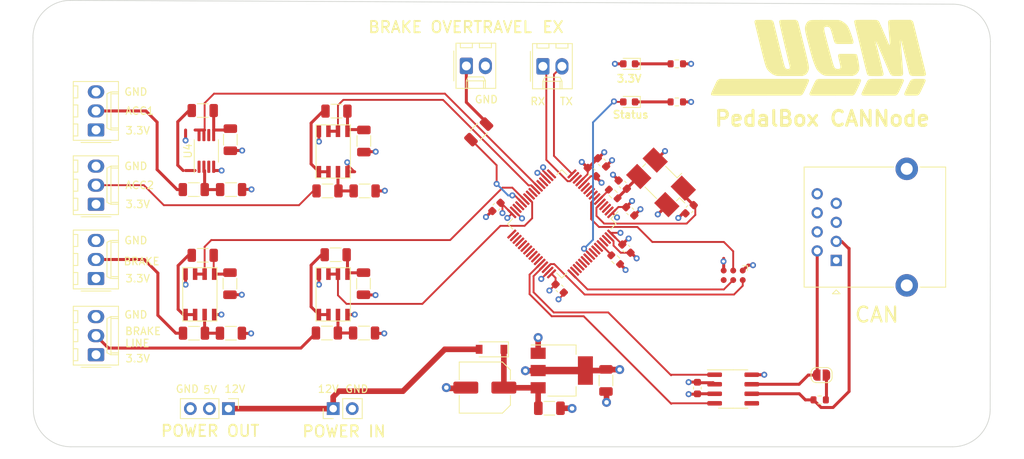
<source format=kicad_pcb>
(kicad_pcb (version 20211014) (generator pcbnew)
  (layers (0 "F.Cu" signal) (1 "In1.Cu" signal) (2 "In2.Cu" signal) (31 "B.Cu" signal) (34 "B.Paste" user) (35 "F.Paste" user) (36 "B.SilkS" user "B.Silkscreen") (37 "F.SilkS" user "F.Silkscreen") (38 "B.Mask" user) (39 "F.Mask" user) (44 "Edge.Cuts" user))
  (net 0 "")
  (net 1 "+3V3")
  (net 2 "GND")
  (net 3 "Net-(C1-Pad1)")
  (net 4 "Net-(C2-Pad1)")
  (net 5 "Brake")
  (net 6 "Brake_Line_Pressure")
  (net 7 "Accelerator_1")
  (net 8 "Accelerator_2")
  (net 9 "+12V")
  (net 10 "Net-(D1-Pad1)")
  (net 11 "Status")
  (net 12 "Net-(D2-Pad1)")
  (net 13 "+5V")
  (net 14 "Net-(C4-Pad1)")
  (net 15 "Net-(C13-Pad1)")
  (net 16 "Net-(C14-Pad1)")
  (net 17 "SWIO")
  (net 18 "NRST")
  (net 19 "SWCLK")
  (net 21 "Net-(C16-Pad1)")
  (net 25 "Brake_Overtravel")
  (net 26 "CANL")
  (net 27 "EX_RX")
  (net 28 "EX_TX")
  (net 29 "Net-(J4-Pad1)")
  (net 30 "CANH")
  (net 32 "Net-(JP1-Pad1)")
  (net 33 "Net-(J7-Pad2)")
  (net 34 "Net-(R2-Pad1)")
  (net 35 "Net-(J8-Pad2)")
  (net 36 "Net-(J9-Pad2)")
  (net 37 "Net-(J10-Pad2)")
  (net 38 "Net-(R3-Pad2)")
  (net 39 "Net-(R7-Pad1)")
  (net 44 "Net-(R10-Pad1)")
  (net 45 "Net-(R11-Pad1)")
  (net 47 "Net-(R13-Pad1)")
  (net 48 "Net-(R15-Pad2)")
  (net 49 "Net-(R16-Pad2)")
  (net 50 "Net-(R17-Pad2)")
  (net 51 "Net-(R18-Pad2)")
  (net 74 "RXCAN")
  (net 75 "TXCAN")
  (net 87 "Net-(C15-Pad1)")
  (footprint "Resistor_SMD:R_1206_3216Metric" (layer "F.Cu") (at 113.411 66.2178)
    (fp_text reference "R10" hide)
    (fp_text value "1.6k")
  )
  (footprint "MountingHole:MountingHole_3.2mm_M3" (layer "F.Cu") (at 191.8716 46.4058)
    (fp_text reference "REF**" hide)
    (fp_text value "MountingHole_3.2mm_M3")
  )
  (footprint "Capacitor_SMD:C_0603_1608Metric" (layer "F.Cu") (at 139.4206 79.2226 -45)
    (fp_text reference "C12" hide)
    (fp_text value "100n")
  )
  (footprint "Connector_Molex:Molex_KK-254_AE-6410-03A_1x03_P2.54mm_Vertical" (layer "F.Cu") (at 77.5916 77.9018 90)
    (fp_text reference "J9" hide)
    (fp_text value "Conn")
  )
  (footprint "Capacitor_SMD:C_1206_3216Metric" (layer "F.Cu") (at 138.049 95.1992)
    (fp_text reference "C6" hide)
    (fp_text value "22u")
  )
  (footprint "Capacitor_SMD:C_0603_1608Metric" (layer "F.Cu") (at 130.9878 68.3514 -135)
    (fp_text reference "C11" hide)
    (fp_text value "100n")
  )
  (footprint "Capacitor_SMD:C_0603_1608Metric" (layer "F.Cu") (at 147.828 65.3796 135)
    (fp_text reference "C2" hide)
    (fp_text value "10p")
  )
  (footprint "Connector_Molex:Molex_KK-254_AE-6410-03A_1x03_P2.54mm_Vertical" (layer "F.Cu") (at 77.5916 67.9958 90)
    (fp_text reference "J8" hide)
    (fp_text value "Conn")
  )
  (footprint "MountingHole:MountingHole_3.2mm_M3" (layer "F.Cu") (at 74.2696 45.8978)
    (fp_text reference "REF**" hide)
    (fp_text value "MountingHole_3.2mm_M3")
  )
  (footprint "Capacitor_SMD:C_1206_3216Metric" (layer "F.Cu") (at 113.2586 78.5876 -90)
    (fp_text reference "C16" hide)
    (fp_text value "100n")
  )
  (footprint "Capacitor_SMD:C_0603_1608Metric" (layer "F.Cu") (at 157.7848 92.5068 90)
    (fp_text reference "C3" hide)
    (fp_text value "100n")
  )
  (footprint "Connector_Molex:Molex_KK-254_AE-6410-03A_1x03_P2.54mm_Vertical" (layer "F.Cu") (at 77.5916 88.0618 90)
    (fp_text reference "J10" hide)
    (fp_text value "Conn")
  )
  (footprint "Package_TO_SOT_SMD:SOT-223-3_TabPin2" (layer "F.Cu") (at 139.7 90.17)
    (fp_text reference "U3" hide)
    (fp_text value "AMS1117-3.3")
  )
  (footprint "Connector_PinHeader_2.54mm:PinHeader_1x02_P2.54mm_Vertical" (layer "F.Cu") (at 109.22 95.25 90)
    (fp_text reference "J1" hide)
    (fp_text value "Conn_01x02")
  )
  (footprint "Resistor_SMD:R_1206_3216Metric" (layer "F.Cu") (at 91.821 74.803 180)
    (fp_text reference "R17" hide)
    (fp_text value "1.6k")
  )
  (footprint "Connector_Molex:Molex_KK-254_AE-6410-02A_1x02_P2.54mm_Vertical" (layer "F.Cu") (at 126.9746 49.55)
    (fp_text reference "J4" hide)
    (fp_text value "Conn")
  )
  (footprint "Capacitor_SMD:C_1206_3216Metric" (layer "F.Cu") (at 113.3094 59.563 -90)
    (fp_text reference "C14" hide)
    (fp_text value "100n")
  )
  (footprint "Capacitor_SMD:C_0603_1608Metric" (layer "F.Cu") (at 148.3106 73.914 -45)
    (fp_text reference "C7" hide)
    (fp_text value "100n")
  )
  (footprint "Custom footprints:OPA2237UA" (layer "F.Cu") (at 109.22 80.01)
    (fp_text reference "U7" hide)
    (fp_text value "OPA2237UA")
  )
  (footprint "Custom footprints:OPA2237UA" (layer "F.Cu") (at 91.44 80.01)
    (fp_text reference "U6" hide)
    (fp_text value "OPA2237UA")
  )
  (footprint "Resistor_SMD:R_1206_3216Metric" (layer "F.Cu") (at 90.6526 85.1916 180)
    (fp_text reference "R11" hide)
    (fp_text value "1k")
  )
  (footprint "Resistor_SMD:R_0603_1608Metric" (layer "F.Cu") (at 174.0916 94.0816 180)
    (fp_text reference "R5" hide)
    (fp_text value "120R")
  )
  (footprint "Resistor_SMD:R_1206_3216Metric" (layer "F.Cu") (at 113.3348 85.1662)
    (fp_text reference "R14" hide)
    (fp_text value "1.6k")
  )
  (footprint "Resistor_SMD:R_0603_1608Metric" (layer "F.Cu") (at 146.8882 75.3872 135)
    (fp_text reference "R3" hide)
    (fp_text value "10k")
  )
  (footprint "Capacitor_SMD:C_0603_1608Metric" (layer "F.Cu") (at 145.0594 62.4078 -45)
    (fp_text reference "C5" hide)
    (fp_text value "100n")
  )
  (footprint "Connector:Tag-Connect_TC2030-IDC-NL_2x03_P1.27mm_Vertical" (layer "F.Cu") (at 162.56 77.47 180)
    (fp_text reference "J5" hide)
    (fp_text value "UCM_SWD")
  )
  (footprint "Capacitor_SMD:C_1206_3216Metric" (layer "F.Cu") (at 145.5928 91.4908 -90)
    (fp_text reference "C9" hide)
    (fp_text value "1u")
  )
  (footprint "Connector_Molex:Molex_KK-254_AE-6410-03A_1x03_P2.54mm_Vertical" (layer "F.Cu") (at 77.5916 58.0898 90)
    (fp_text reference "J7" hide)
    (fp_text value "Conn")
  )
  (footprint "Resistor_SMD:R_0603_1608Metric" (layer "F.Cu") (at 155.0396 54.3488 180)
    (fp_text reference "R1" hide)
    (fp_text value "1k")
  )
  (footprint "Resistor_SMD:R_1206_3216Metric" (layer "F.Cu") (at 108.3818 85.1662 180)
    (fp_text reference "R13" hide)
    (fp_text value "1k")
  )
  (footprint "Resistor_SMD:R_1206_3216Metric" (layer "F.Cu") (at 108.458 66.2178 180)
    (fp_text reference "R9" hide)
    (fp_text value "1k")
  )
  (footprint "Crystal:Crystal_SMD_0603-4Pin_6.0x3.5mm_HandSoldering" (layer "F.Cu") (at 152.9334 65.0748 135)
    (fp_text reference "Y1" hide)
    (fp_text value "16MHz")
  )
  (footprint "Resistor_SMD:R_1206_3216Metric" (layer "F.Cu") (at 109.5502 74.7268 180)
    (fp_text reference "R18" hide)
    (fp_text value "1.6k")
  )
  (footprint "LED_SMD:LED_0603_1608Metric" (layer "F.Cu") (at 148.6896 49.2688 180)
    (fp_text reference "D2" hide)
    (fp_text value "RED")
  )
  (footprint "Package_SO:SOIC-8_3.9x4.9mm_P1.27mm" (layer "F.Cu") (at 162.56 92.6338)
    (fp_text reference "U1" hide)
    (fp_text value "SN65HVD230")
  )
  (footprint "Diode_SMD:D_SOD-123" (layer "F.Cu") (at 130.3286 87.3384 180)
    (fp_text reference "D3" hide)
    (fp_text value "B5819W")
  )
  (footprint "Capacitor_SMD:C_0603_1608Metric" (layer "F.Cu") (at 148.8186 68.9356 -45)
    (fp_text reference "C8" hide)
    (fp_text value "100n")
  )
  (footprint "Resistor_SMD:R_1206_3216Metric" (layer "F.Cu") (at 95.6056 66.04)
    (fp_text reference "R8" hide)
    (fp_text value "1.6k")
  )
  (footprint "Resistor_SMD:R_1206_3216Metric" (layer "F.Cu") (at 128.6256 58.3438 45)
    (fp_text reference "R6" hide)
    (fp_text value "1.6k")
  )
  (footprint "Capacitor_SMD:C_0603_1608Metric" (layer "F.Cu") (at 143.7132 63.7032 -45)
    (fp_text reference "C10" hide)
    (fp_text value "100n")
  )
  (footprint "Resistor_SMD:R_1206_3216Metric" (layer "F.Cu") (at 109.6518 55.5752 180)
    (fp_text reference "R16" hide)
    (fp_text value "1.6k")
  )
  (footprint "Connector_PinHeader_2.54mm:PinHeader_1x03_P2.54mm_Vertical" (layer "F.Cu") (at 95.25 95.25 -90)
    (fp_text reference "J6" hide)
    (fp_text value "Conn_01x03")
  )
  (footprint "Capacitor_SMD:C_Elec_6.3x7.7" (layer "F.Cu") (at 129.4396 92.4438 180)
    (fp_text reference "C4" hide)
    (fp_text value "100u")
  )
  (footprint "Resistor_SMD:R_1206_3216Metric" (layer "F.Cu") (at 90.6272 66.04 180)
    (fp_text reference "R7" hide)
    (fp_text value "1k")
  )
  (footprint "LED_SMD:LED_0603_1608Metric" (layer "F.Cu") (at 148.6896 54.3488 180)
    (fp_text reference "D1" hide)
    (fp_text value "GREEN")
  )
  (footprint "MountingHole:MountingHole_3.2mm_M3" (layer "F.Cu") (at 74.2696 95.4278)
    (fp_text reference "REF**" hide)
    (fp_text value "MountingHole_3.2mm_M3")
  )
  (footprint "MountingHole:MountingHole_3.2mm_M3" (layer "F.Cu") (at 191.8716 95.4278)
    (fp_text reference "REF**" hide)
    (fp_text value "MountingHole_3.2mm_M3")
  )
  (footprint "Resistor_SMD:R_1206_3216Metric" (layer "F.Cu") (at 91.821 55.499 180)
    (fp_text reference "R15" hide)
    (fp_text value "1.6k")
  )
  (footprint "Resistor_SMD:R_0603_1608Metric" (layer "F.Cu") (at 146.558 66.6242 -45)
    (fp_text reference "R2" hide)
    (fp_text value "22R")
  )
  (footprint "Custom footprints:OPA2237UA" (layer "F.Cu") (at 109.22 60.96)
    (fp_text reference "U5" hide)
    (fp_text value "OPA2237UA")
  )
  (footprint "Resistor_SMD:R_0603_1608Metric" (layer "F.Cu") (at 155.0396 49.2688 180)
    (fp_text reference "R4" hide)
    (fp_text value "1k")
  )
  (footprint "Resistor_SMD:R_1206_3216Metric" (layer "F.Cu") (at 95.5802 85.1916)
    (fp_text reference "R12" hide)
    (fp_text value "1.6k")
  )
  (footprint "Package_SO:MSOP-8_3x3mm_P0.65mm" (layer "F.Cu") (at 92.3036 60.8838 90)
    (fp_text reference "U4")
    (fp_text value "OPA2237UA")
  )
  (footprint "Capacitor_SMD:C_1206_3216Metric" (layer "F.Cu") (at 95.4532 78.5876 -90)
    (fp_text reference "C15" hide)
    (fp_text value "100n")
  )
  (footprint "Connector_Molex:Molex_KK-254_AE-6410-02A_1x02_P2.54mm_Vertical" (layer "F.Cu") (at 137.1854 49.6062)
    (fp_text reference "J3" hide)
    (fp_text value "Conn")
  )
  (footprint "Jumper:SolderJumper-2_P1.3mm_Open_RoundedPad1.0x1.5mm" (layer "F.Cu") (at 174.3456 90.7796 180)
    (fp_text reference "JP1" hide)
    (fp_text value "SolderJumper")
  )
  (footprint "Capacitor_SMD:C_0603_1608Metric" (layer "F.Cu") (at 156.7434 68.6562 -135)
    (fp_text reference "C1" hide)
    (fp_text value "10p")
  )
  (footprint "Connector_RJ:RJ45_Ninigi_GE" (layer "F.Cu") (at 176.3026 75.4888 90)
    (fp_text reference "J2" hide)
    (fp_text value "UCM_CAN")
  )
  (footprint "UCM_Logos:UCM_10mm" (layer "F.Cu") (at 173.8896 49.1988)
    (fp_text reference "G***" hide)
    (fp_text value "LOGO" hide)
  )
  (footprint "Capacitor_SMD:C_1206_3216Metric" (layer "F.Cu") (at 95.504 59.3852 -90)
    (fp_text reference "C13" hide)
    (fp_text value "100n")
  )
  (footprint "Package_QFP:LQFP-64_10x10mm_P0.5mm" (layer "F.Cu") (at 139.7 70.612 -135)
    (fp_text reference "U2" hide)
    (fp_text value "STM32F072RBTx")
  )
  (gr_line (start 69.177934 45.808734) (end 69.2336 95.3358) (layer "Edge.Cuts") (width 0.1))
  (gr_arc (start 69.177934 45.808734) (mid 70.636035 42.279554) (end 74.159934 40.808734) (layer "Edge.Cuts") (width 0.1))
  (gr_line (start 196.831266 95.337866) (end 196.856666 46.317934) (layer "Edge.Cuts") (width 0.1))
  (gr_arc (start 191.8716 41.317934) (mid 195.401857 42.783309) (end 196.856666 46.317934) (layer "Edge.Cuts") (width 0.1))
  (gr_line (start 191.8716 41.317934) (end 74.159934 40.808734) (layer "Edge.Cuts") (width 0.1))
  (gr_arc (start 74.2336 100.3358) (mid 70.698066 98.871334) (end 69.2336 95.3358) (layer "Edge.Cuts") (width 0.1))
  (gr_line (start 74.2336 100.3358) (end 191.831266 100.337866) (layer "Edge.Cuts") (width 0.1))
  (gr_arc (start 196.831266 95.337866) (mid 195.3668 98.8734) (end 191.831266 100.337866) (layer "Edge.Cuts") (width 0.1))
  (gr_text "CAN" (at 181.7116 82.7278) (layer "F.SilkS") (effects (font (size 2 2) (thickness 0.3))))
  (gr_text "POWER OUT\n" (at 92.8116 98.2218) (layer "F.SilkS") (effects (font (size 1.5 1.5) (thickness 0.25))))
  (gr_text "GND\n" (at 82.9056 53.0098) (layer "F.SilkS") (effects (font (size 1 1))))
  (gr_text "GND\n" (at 89.7636 92.6338) (layer "F.SilkS") (effects (font (size 1 1))))
  (gr_text "GND\n" (at 82.9056 62.9158) (layer "F.SilkS") (effects (font (size 1 1))))
  (gr_text "3.3V" (at 83.1596 88.5698) (layer "F.SilkS") (effects (font (size 1 1))))
  (gr_text "12V" (at 108.5596 92.6338) (layer "F.SilkS") (effects (font (size 1 1))))
  (gr_text "GND\n" (at 82.9056 82.7278) (layer "F.SilkS") (effects (font (size 1 1))))
  (gr_text "GND\n" (at 129.6416 54.0258) (layer "F.SilkS") (effects (font (size 1 1))))
  (gr_text "TX\n" (at 140.3096 54.2798) (layer "F.SilkS") (effects (font (size 1 1))))
  (gr_text "12V" (at 96.1136 92.6338) (layer "F.SilkS") (effects (font (size 1 1))))
  (gr_text "GND\n" (at 112.3696 92.6338) (layer "F.SilkS") (effects (font (size 1 1))))
  (gr_text "POWER IN\n\n" (at 110.6646 99.4918) (layer "F.SilkS") (effects (font (size 1.5 1.5) (thickness 0.25))))
  (gr_text "BRAKE OVERTRAVEL\n" (at 124.8156 44.3738) (layer "F.SilkS") (effects (font (size 1.5 1.5) (thickness 0.25))))
  (gr_text "BRAKE\n" (at 83.6676 75.6158) (layer "F.SilkS") (effects (font (size 1 1))))
  (gr_text "3.3V" (at 83.1596 67.9958) (layer "F.SilkS") (effects (font (size 1 1))))
  (gr_text "BRAKE\nLINE\n\n" (at 81.3816 86.5378) (layer "F.SilkS") (effects (font (size 1 1)) (justify left)))
  (gr_text "RX" (at 136.4996 54.2798) (layer "F.SilkS") (effects (font (size 1 1))))
  (gr_text "ACC2" (at 83.4136 65.4558) (layer "F.SilkS") (effects (font (size 1 1))))
  (gr_text "PedalBox CANNode\n" (at 174.4396 56.5738) (layer "F.SilkS") (effects (font (size 2 2) (thickness 0.4))))
  (gr_text "GND\n" (at 82.9056 72.8218) (layer "F.SilkS") (effects (font (size 1 1))))
  (gr_text "Status" (at 148.8896 56.0488) (layer "F.SilkS") (effects (font (size 1 1) (thickness 0.2))))
  (gr_text "3.3V" (at 83.1596 77.9018) (layer "F.SilkS") (effects (font (size 1 1))))
  (gr_text "3.3V\n" (at 148.6896 51.2488) (layer "F.SilkS") (effects (font (size 1 1) (thickness 0.2))))
  (gr_text "3.3V" (at 83.1596 58.1738) (layer "F.SilkS") (effects (font (size 1 1))))
  (gr_text "ACC1" (at 83.4136 55.5498) (layer "F.SilkS") (effects (font (size 1 1))))
  (gr_text "5V\n" (at 92.8116 92.7238) (layer "F.SilkS") (effects (font (size 1 1))))
  (gr_text "EX" (at 138.5316 44.3738) (layer "F.SilkS") (effects (font (size 1.5 1.5) (thickness 0.25))))
  (segment (start 107.315 59.6392) (end 107.315 58.26) (width 0.4) (layer "F.Cu") (net 1))
  (segment (start 89.535 78.7146) (end 89.535 77.31) (width 0.4) (layer "F.Cu") (net 1))
  (segment (start 145.62 90.043) (end 145.5928 90.0158) (width 0.25) (layer "F.Cu") (net 1))
  (segment (start 144.566008 61.859792) (end 145.3642 61.0616) (width 0.4) (layer "F.Cu") (net 1))
  (segment (start 143.215992 63.155192) (end 144.511392 61.859792) (width 0.4) (layer "F.Cu") (net 1))
  (segment (start 143.165192 63.155192) (end 142.367 62.357) (width 0.4) (layer "F.Cu") (net 1))
  (segment (start 157.9242 93.2688) (end 157.9118 93.2564) (width 0.25) (layer "F.Cu") (net 1))
  (segment (start 148.560784 72.5678) (end 147.762592 73.365992) (width 0.4) (layer "F.Cu") (net 1))
  (segment (start 131.739008 68.057392) (end 131.842092 68.057392) (width 0.25) (layer "F.Cu") (net 1))
  (segment (start 146.364481 71.846919) (end 146.364481 71.973181) (width 0.25) (layer "F.Cu") (net 1))
  (segment (start 149.0726 67.564) (end 149.0726 67.585584) (width 0.25) (layer "F.Cu") (net 1))
  (segment (start 148.245192 68.362192) (end 147.253108 68.362192) (width 0.25) (layer "F.Cu") (net 1))
  (segment (start 138.872592 77.810254) (end 138.338819 77.276481) (width 0.25) (layer "F.Cu") (net 1))
  (segment (start 136.781888 63.8048) (end 137.631713 64.654625) (width 0.25) (layer "F.Cu") (net 1))
  (segment (start 143.165192 63.155192) (end 143.215992 63.155192) (width 0.25) (layer "F.Cu") (net 1))
  (segment (start 138.049 79.498184) (end 138.872592 78.674592) (width 0.25) (layer "F.Cu") (net 1))
  (segment (start 147.4216 90.043) (end 145.62 90.043) (width 0.75) (layer "F.Cu") (net 1))
  (segment (start 143.165192 63.971808) (end 143.165192 63.155192) (width 0.25) (layer "F.Cu") (net 1))
  (segment (start 131.7896 68.057184) (end 131.535808 67.803392) (width 0.25) (layer "F.Cu") (net 1))
  (segment (start 138.872592 78.674592) (end 138.872592 77.810254) (width 0.25) (layer "F.Cu") (net 1))
  (segment (start 132.462538 69.8238) (end 133.035519 69.250819) (width 0.25) (layer "F.Cu") (net 1))
  (segment (start 138.049 79.502) (end 138.049 79.498184) (width 0.25) (layer "F.Cu") (net 1))
  (segment (start 156.6164 93.3196) (end 157.747 93.3196) (width 0.4) (layer "F.Cu") (net 1))
  (segment (start 142.128821 65.008179) (end 143.165192 63.971808) (width 0.25) (layer "F.Cu") (net 1))
  (segment (start 131.735192 68.035808) (end 131.820508 68.035808) (width 0.25) (layer "F.Cu") (net 1))
  (segment (start 131.7896 69.1738) (end 131.7896 68.057184) (width 0.25) (layer "F.Cu") (net 1))
  (segment (start 107.315 78.7146) (end 107.315 77.31) (width 0.4) (layer "F.Cu") (net 1))
  (segment (start 160.085 93.2688) (end 157.9242 93.2688) (width 0.4) (layer "F.Cu") (net 1))
  (segment (start 132.4396 69.8238) (end 132.462538 69.8238) (width 0.25) (layer "F.Cu") (net 1))
  (segment (start 147.253108 68.362192) (end 146.364481 69.250819) (width 0.25) (layer "F.Cu") (net 1))
  (segment (start 164.5412 76.1238) (end 163.83 76.835) (width 0.4) (layer "F.Cu") (net 1))
  (segment (start 149.0726 67.585584) (end 148.270592 68.387592) (width 0.4) (layer "F.Cu") (net 1))
  (segment (start 134.8486 90.1954) (end 136.5246 90.1954) (width 0.75) (layer "F.Cu") (net 1))
  (segment (start 136.4488 63.8048) (end 136.781888 63.8048) (width 0.25) (layer "F.Cu") (net 1))
  (segment (start 145.4386 90.17) (end 145.5928 90.0158) (width 0.25) (layer "F.Cu") (net 1))
  (segment (start 89.535 59.4868) (end 89.535 58.1) (width 0.4) (layer "F.Cu") (net 1))
  (segment (start 148.6154 72.5678) (end 148.560784 72.5678) (width 0.25) (layer "F.Cu") (net 1))
  (segment (start 165.2016 76.1238) (end 164.5412 76.1238) (width 0.4) (layer "F.Cu") (net 1))
  (segment (start 146.364481 71.973181) (end 147.559392 73.168092) (width 0.25) (layer "F.Cu") (net 1))
  (segment (start 146.568419 69.250819) (end 147.066 69.7484) (width 0.25) (layer "F.Cu") (net 1))
  (segment (start 144.511392 61.859792) (end 144.566008 61.859792) (width 0.25) (layer "F.Cu") (net 1))
  (segment (start 146.4056 71.8058) (end 146.364481 71.846919) (width 0.25) (layer "F.Cu") (net 1))
  (segment (start 147.559392 73.168092) (end 147.559392 73.264392) (width 0.25) (layer "F.Cu") (net 1))
  (segment (start 147.9021 49.2688) (end 146.7846 49.2688) (width 0.4) (layer "F.Cu") (net 1))
  (segment (start 146.364481 69.250819) (end 146.568419 69.250819) (width 0.25) (layer "F.Cu") (net 1))
  (segment (start 136.5246 90.1954) (end 136.55 90.17) (width 0.25) (layer "F.Cu") (net 1))
  (segment (start 147.5232 71.8058) (end 146.4056 71.8058) (width 0.25) (layer "F.Cu") (net 1))
  (segment (start 131.842092 68.057392) (end 133.035519 69.250819) (width 0.25) (layer "F.Cu") (net 1))
  (segment (start 136.55 90.17) (end 142.85 90.17) (width 1) (layer "F.Cu") (net 1))
  (segment (start 142.85 90.17) (end 145.4386 90.17) (width 0.75) (layer "F.Cu") (net 1))
  (via (at 147.4216 90.043) (size 1.2) (drill 0.6) (layers "F.Cu" "B.Cu") (net 1))
  (via (at 147.066 69.7484) (size 0.8) (drill 0.4) (layers "F.Cu" "B.Cu") (net 1))
  (via (at 131.7896 69.1738) (size 0.8) (drill 0.4) (layers "F.Cu" "B.Cu") (net 1))
  (via (at 89.535 78.7146) (size 0.8) (drill 0.4) (layers "F.Cu" "B.Cu") (net 1))
  (via (at 107.315 59.6392) (size 0.8) (drill 0.4) (layers "F.Cu" "B.Cu") (net 1))
  (via (at 132.4396 69.8238) (size 0.8) (drill 0.4) (layers "F.Cu" "B.Cu") (net 1))
  (via (at 134.8486 90.1954) (size 1.2) (drill 0.6) (layers "F.Cu" "B.Cu") (net 1))
  (via (at 138.049 79.502) (size 0.8) (drill 0.4) (layers "F.Cu" "B.Cu") (net 1))
  (via (at 147.5232 71.8058) (size 0.8) (drill 0.4) (layers "F.Cu" "B.Cu") (net 1))
  (via (at 148.6154 72.5678) (size 0.8) (drill 0.4) (layers "F.Cu" "B.Cu") (net 1))
  (via (at 107.315 78.7146) (size 0.8) (drill 0.4) (layers "F.Cu" "B.Cu") (net 1))
  (via (at 156.6164 93.3196) (size 0.8) (drill 0.4) (layers "F.Cu" "B.Cu") (net 1))
  (via (at 89.535 59.4868) (size 0.8) (drill 0.4) (layers "F.Cu" "B.Cu") (net 1))
  (via (at 165.2016 76.1238) (size 0.8) (drill 0.4) (layers "F.Cu" "B.Cu") (net 1))
  (via (at 145.3642 61.0616) (size 0.8) (drill 0.4) (layers "F.Cu" "B.Cu") (net 1))
  (via (at 136.4488 63.8048) (size 0.8) (drill 0.4) (layers "F.Cu" "B.Cu") (net 1))
  (via (at 149.0726 67.564) (size 0.8) (drill 0.4) (layers "F.Cu" "B.Cu") (net 1))
  (via (at 142.367 62.357) (size 0.8) (drill 0.4) (layers "F.Cu" "B.Cu") (net 1))
  (via (at 146.7846 49.2688) (size 0.8) (drill 0.4) (layers "F.Cu" "B.Cu") (net 1))
  (segment (start 97.0748 60.829) (end 95.123 60.829) (width 0.4) (layer "F.Cu") (net 2))
  (segment (start 146.604902 73.506975) (end 146.604902 72.920708) (width 0.25) (layer "F.Cu") (net 2))
  (segment (start 144.261208 64.251208) (end 143.585918 64.251208) (width 0.25) (layer "F.Cu") (net 2))
  (segment (start 148.934808 74.462008) (end 149.6822 75.2094) (width 0.4) (layer "F.Cu") (net 2))
  (segment (start 114.8735 66.2178) (end 116.078 66.2178) (width 0.4) (layer "F.Cu") (net 2))
  (segment (start 157.8356 91.7956) (end 157.8356 91.7826) (width 0.25) (layer "F.Cu") (net 2))
  (segment (start 95.455 80.0608) (end 95.4532 80.0626) (width 0.25) (layer "F.Cu") (net 2))
  (segment (start 155.8646 54.3488) (end 156.9446 54.3488) (width 0.4) (layer "F.Cu") (net 2))
  (segment (start 130.134992 69.153408) (end 130.642992 69.153408) (width 0.25) (layer "F.Cu") (net 2))
  (segment (start 148.209 76.708) (end 147.471563 75.970563) (width 0.4) (layer "F.Cu") (net 2))
  (segment (start 97.0788 60.833) (end 97.0748 60.829) (width 0.25) (layer "F.Cu") (net 2))
  (segment (start 156.6294 91.7064) (end 157.9118 91.7064) (width 0.4) (layer "F.Cu") (net 2))
  (segment (start 155.2396 69.8238) (end 155.859192 69.204208) (width 0.4) (layer "F.Cu") (net 2))
  (segment (start 124.3088 92.5454) (end 127.2323 92.5454) (width 0.75) (layer "F.Cu") (net 2))
  (segment (start 116.078 66.2178) (end 116.1034 66.1924) (width 0.25) (layer "F.Cu") (net 2))
  (segment (start 144.261208 64.251208) (end 144.261208 64.378208) (width 0.25) (layer "F.Cu") (net 2))
  (segment (start 152.515465 69.342) (end 153.279417 68.578048) (width 0.4) (layer "F.Cu") (net 2))
  (segment (start 144.199616 64.2366) (end 144.032608 64.403608) (width 0.25) (layer "F.Cu") (net 2))
  (segment (start 114.8481 85.217) (end 114.7973 85.1662) (width 0.25) (layer "F.Cu") (net 2))
  (segment (start 98.3234 66.0146) (end 97.0935 66.0146) (width 0.4) (layer "F.Cu") (net 2))
  (segment (start 111.0996 62.4078) (end 111.0996 62.677) (width 0.25) (layer "F.Cu") (net 2))
  (segment (start 160.085 91.9988) (end 159.8818 91.7956) (width 0.4) (layer "F.Cu") (net 2))
  (segment (start 155.8646 49.2688) (end 156.9446 49.2688) (width 0.4) (layer "F.Cu") (net 2))
  (segment (start 112.0826 82.71) (end 111.125 82.71) (width 0.4) (layer "F.Cu") (net 2))
  (segment (start 93.345 63.5) (end 94.3356 63.5) (width 0.4) (layer "F.Cu") (net 2))
  (segment (start 136.9646 77.9488) (end 136.9646 77.943594) (width 0.25) (layer "F.Cu") (net 2))
  (segment (start 144.261208 64.378208) (end 145.0086 65.1256) (width 0.4) (layer "F.Cu") (net 2))
  (segment (start 133.413266 68.897266) (end 133.389072 68.897266) (width 0.25) (layer "F.Cu") (net 2))
  (segment (start 112.0826 63.66) (end 111.125 63.66) (width 0.4) (layer "F.Cu") (net 2))
  (segment (start 97.028 80.0608) (end 95.455 80.0608) (width 0.4) (layer "F.Cu") (net 2))
  (segment (start 161.2646 75.6158) (end 161.29 75.5904) (width 0.25) (layer "F.Cu") (net 2))
  (segment (start 145.607408 62.955808) (end 145.607408 62.926592) (width 0.25) (layer "F.Cu") (net 2))
  (segment (start 112.0902 82.7024) (end 112.0826 82.71) (width 0.25) (layer "F.Cu") (net 2))
  (segment (start 161.29 75.2094) (end 161.29 76.835) (width 0.4) (layer "F.Cu") (net 2))
  (segment (start 139.2682 80.6704) (end 139.994008 79.944592) (width 0.25) (layer "F.Cu") (net 2))
  (segment (start 143.585918 64.251208) (end 142.475394 65.361732) (width 0.25) (layer "F.Cu") (net 2))
  (segment (start 145.669 94.4118) (end 145.669 93.042) (width 0.75) (layer "F.Cu") (net 2))
  (segment (start 139.524 95.1992) (end 140.7668 95.1992) (width 0.75) (layer "F.Cu") (net 2))
  (segment (start 145.607408 62.926592) (end 146.4056 62.1284) (width 0.4) (layer "F.Cu") (net 2))
  (segment (start 129.5908 69.6976) (end 130.134992 69.153408) (width 0.4) (layer "F.Cu") (net 2))
  (segment (start 161.29 75.5904) (end 161.29 75.2094) (width 0.25) (layer "F.Cu") (net 2))
  (segment (start 114.8352 80.088) (end 112.903 80.088) (width 0.4) (layer "F.Cu") (net 2))
  (segment (start 147.559935 74.462008) (end 146.604902 73.506975) (width 0.25) (layer "F.Cu") (net 2))
  (segment (start 153.452935 60.9092) (end 151.723783 62.638352) (width 0.4) (layer "F.Cu") (net 2))
  (segment (start 147.229192 64.755392) (end 146.5326 64.0588) (width 0.4) (layer "F.Cu") (net 2))
  (segment (start 136.55 85.7762) (end 136.55 87.87) (width 0.75) (layer "F.Cu") (net 2))
  (segment (start 144.155792 64.403608) (end 144.032608 64.403608) (width 0.25) (layer "F.Cu") (net 2))
  (segment (start 134.3914 69.8754) (end 133.413266 68.897266) (width 0.25) (layer "F.Cu") (net 2))
  (segment (start 148.858608 74.462008) (end 148.934808 74.462008) (width 0.25) (layer "F.Cu") (net 2))
  (segment (start 97.0935 66.0146) (end 97.0681 66.04) (width 0.25) (layer "F.Cu") (net 2))
  (segment (start 137.2108 63.0682) (end 137.2108 63.526606) (width 0.25) (layer "F.Cu") (net 2))
  (segment (start 147.229192 64.882392) (end 147.229192 64.755392) (width 0.25) (layer "F.Cu") (net 2))
  (segment (start 111.0996 62.677) (end 112.0826 63.66) (width 0.25) (layer "F.Cu") (net 2))
  (segment (start 136.9646 77.943594) (end 137.985266 76.922928) (width 0.25) (layer "F.Cu") (net 2))
  (segment (start 116.0272 85.217) (end 114.8481 85.217) (width 0.4) (layer "F.Cu") (net 2))
  (segment (start 165.035 90.7288) (end 166.7002 90.7288) (width 0.4) (layer "F.Cu") (net 2))
  (segment (start 159.8818 91.7956) (end 157.8356 91.7956) (width 0.4) (layer "F.Cu") (net 2))
  (segment (start 152.5016 69.342) (end 152.515465 69.342) (width 0.25) (layer "F.Cu") (net 2))
  (segment (start 157.8356 91.7826) (end 157.7848 91.7318) (width 0.25) (layer "F.Cu") (net 2))
  (segment (start 156.6164 91.7194) (end 156.6294 91.7064) (width 0.25) (layer "F.Cu") (net 2))
  (segment (start 114.8842 60.9854) (end 114.8806 60.989) (width 0.25) (layer "F.Cu") (net 2))
  (segment (start 94.3102 82.7024) (end 94.3026 82.71) (width 0.25) (layer "F.Cu") (net 2))
  (segment (start 148.209 76.7588) (end 148.209 76.708) (width 0.25) (layer "F.Cu") (net 2))
  (segment (start 150.1902 68.660016) (end 149.366608 69.483608) (width 0.4) (layer "F.Cu") (net 2))
  (segment (start 155.859192 69.204208) (end 156.195392 69.204208) (width 0.25) (layer "F.Cu") (net 2))
  (segment (start 137.2108 63.526606) (end 137.985266 64.301072) (width 0.25) (layer "F.Cu") (net 2))
  (segment (start 114.8588 80.1116) (end 114.8352 80.088) (width 0.25) (layer "F.Cu") (net 2))
  (segment (start 94.3026 82.71) (end 93.345 82.71) (width 0.4) (layer "F.Cu") (net 2))
  (segment (start 98.2726 85.217) (end 97.0681 85.217) (width 0.4) (layer "F.Cu") (net 2))
  (segment (start 114.8806 60.989) (end 112.903 60.989) (width 0.4) (layer "F.Cu") (net 2))
  (segment (start 136.5504 85.7758) (end 136.55 85.7762) (width 0.75) (layer "F.Cu") (net 2))
  (segment (start 145.669 93.042) (end 145.5928 92.9658) (width 0.25) (layer "F.Cu") (net 2))
  (segment (start 97.0681 85.217) (end 97.0427 85.1916) (width 0.25) (layer "F.Cu") (net 2))
  (segment (start 148.858608 74.462008) (end 147.559935 74.462008) (width 0.25) (layer "F.Cu") (net 2))
  (segment (start 146.604902 72.920708) (end 146.010928 72.326734) (width 0.25) (layer "F.Cu") (net 2))
  (segment (start 153.4668 60.9092) (end 153.452935 60.9092) (width 0.25) (layer "F.Cu") (net 2))
  (segment (start 150.1902 68.6562) (end 150.1902 68.660016) (width 0.25) (layer "F.Cu") (net 2))
  (via (at 161.2646 75.6158) (size 0.8) (drill 0.4) (layers "F.Cu" "B.Cu") (net 2))
  (via (at 156.9446 49.2688) (size 0.8) (drill 0.4) (layers "F.Cu" "B.Cu") (net 2))
  (via (at 166.7002 90.7288) (size 0.8) (drill 0.4) (layers "F.Cu" "B.Cu") (net 2))
  (via (at 146.4056 62.1284) (size 0.8) (drill 0.4) (layers "F.Cu" "B.Cu") (net 2))
  (via (at 141.0716 95.2246) (size 1.2) (drill 0.6) (layers "F.Cu" "B.Cu") (net 2))
  (via (at 145.0086 65.1256) (size 0.8) (drill 0.4) (layers "F.Cu" "B.Cu") (net 2))
  (via (at 148.209 76.7588) (size 0.8) (drill 0.4) (layers "F.Cu" "B.Cu") (net 2))
  (via (at 145.669 94.4118) (size 1.2) (drill 0.6) (layers "F.Cu" "B.Cu") (net 2))
  (via (at 136.5504 85.7758) (size 1.2) (drill 0.6) (layers "F.Cu" "B.Cu") (net 2))
  (via (at 156.9446 54.3488) (size 0.8) (drill 0.4) (layers "F.Cu" "B.Cu") (net 2))
  (via (at 112.0902 82.7024) (size 0.8) (drill 0.4) (layers "F.Cu" "B.Cu") (net 2))
  (via (at 111.0996 62.4078) (size 0.8) (drill 0.4) (layers "F.Cu" "B.Cu") (net 2))
  (via (at 98.3234 66.0146) (size 0.8) (drill 0.4) (layers "F.Cu" "B.Cu") (net 2))
  (via (at 129.5908 69.6976) (size 0.8) (drill 0.4) (layers "F.Cu" "B.Cu") (net 2))
  (via (at 150.1902 68.6562) (size 0.8) (drill 0.4) (layers "F.Cu" "B.Cu") (net 2))
  (via (at 114.8842 60.9854) (size 0.8) (drill 0.4) (layers "F.Cu" "B.Cu") (net 2))
  (via (at 152.5016 69.342) (size 0.8) (drill 0.4) (layers "F.Cu" "B.Cu") (net 2))
  (via (at 97.028 80.0608) (size 0.8) (drill 0.4) (layers "F.Cu" "B.Cu") (net 2))
  (via (at 146.5326 64.0588) (size 0.8) (drill 0.4) (layers "F.Cu" "B.Cu") (net 2))
  (via (at 149.6822 75.2094) (size 0.8) (drill 0.4) (layers "F.Cu" "B.Cu") (net 2))
  (via (at 116.1034 66.1924) (size 0.8) (drill 0.4) (layers "F.Cu" "B.Cu") (net 2))
  (via (at 136.9646 77.9488) (size 0.8) (drill 0.4) (layers "F.Cu" "B.Cu") (net 2))
  (via (at 156.6164 91.7194) (size 0.8) (drill 0.4) (layers "F.Cu" "B.Cu") (net 2))
  (via (at 155.2396 69.8238) (size 0.8) (drill 0.4) (layers "F.Cu" "B.Cu") (net 2))
  (via (at 139.2682 80.6704) (size 0.8) (drill 0.4) (layers "F.Cu" "B.Cu") (net 2))
  (via (at 116.0272 85.217) (size 0.8) (drill 0.4) (layers "F.Cu" "B.Cu") (net 2))
  (via (at 153.4668 60.9092) (size 0.8) (drill 0.4) (layers "F.Cu" "B.Cu") (net 2))
  (via (at 114.8588 80.1116) (size 0.8) (drill 0.4) (layers "F.Cu" "B.Cu") (net 2))
  (via (at 98.2726 85.217) (size 0.8) (drill 0.4) (layers "F.Cu" "B.Cu") (net 2))
  (via (at 137.2108 63.0682) (size 0.8) (drill 0.4) (layers "F.Cu" "B.Cu") (net 2))
  (via (at 94.3102 82.7024) (size 0.8) (drill 0.4) (layers "F.Cu" "B.Cu") (net 2))
  (via (at 97.0788 60.833) (size 0.8) (drill 0.4) (layers "F.Cu" "B.Cu") (net 2))
  (via (at 124.3088 92.4438) (size 1.2) (drill 0.6) (layers "F.Cu" "B.Cu") (net 2))
  (via (at 134.3914 69.8754) (size 0.8) (drill 0.4) (layers "F.Cu" "B.Cu") (net 2))
  (via (at 94.3356 63.5) (size 0.8) (drill 0.4) (layers "F.Cu" "B.Cu") (net 2))
  (segment (start 144.3228 69.5452) (end 144.3228 68.464074) (width 0.25) (layer "F.Cu") (net 3))
  (segment (start 157.5054 69.4182) (end 156.347466 70.576134) (width 0.25) (layer "F.Cu") (net 3))
  (segment (start 156.347466 70.576134) (end 145.353734 70.576134) (width 0.25) (layer "F.Cu") (net 3))
  (segment (start 157.5054 68.347584) (end 157.5054 69.4182) (width 0.25) (layer "F.Cu") (net 3))
  (segment (start 155.639199 66.386017) (end 155.543833 66.386017) (width 0.25) (layer "F.Cu") (net 3))
  (segment (start 155.543833 66.386017) (end 157.5054 68.347584) (width 0.4) (layer "F.Cu") (net 3))
  (segment (start 144.3228 68.464074) (end 144.950268 67.836606) (width 0.25) (layer "F.Cu") (net 3))
  (segment (start 145.353734 70.576134) (end 144.3228 69.5452) (width 0.25) (layer "F.Cu") (net 3))
  (segment (start 147.141363 67.207563) (end 147.141363 67.162253) (width 0.25) (layer "F.Cu") (net 4))
  (segment (start 148.376008 65.927608) (end 148.376008 65.884527) (width 0.25) (layer "F.Cu") (net 4))
  (segment (start 148.376008 65.884527) (end 149.963552 64.296983) (width 0.4) (layer "F.Cu") (net 4))
  (segment (start 147.141363 67.162253) (end 148.376008 65.927608) (width 0.4) (layer "F.Cu") (net 4))
  (segment (start 135.750813 69.862587) (end 135.750813 67.723473) (width 0.25) (layer "F.Cu") (net 5))
  (segment (start 108.585 77.31) (end 109.855 77.31) (width 0.4) (layer "F.Cu") (net 5))
  (segment (start 109.855 77.31) (end 109.855 80.137) (width 0.25) (layer "F.Cu") (net 5))
  (segment (start 134.7396 70.8738) (end 135.750813 69.862587) (width 0.25) (layer "F.Cu") (net 5))
  (segment (start 131.5134 70.8738) (end 134.7396 70.8738) (width 0.25) (layer "F.Cu") (net 5))
  (segment (start 110.998 81.28) (end 121.1072 81.28) (width 0.25) (layer "F.Cu") (net 5))
  (segment (start 109.855 80.137) (end 110.998 81.28) (width 0.25) (layer "F.Cu") (net 5))
  (segment (start 135.750813 67.723473) (end 135.156839 67.129499) (width 0.25) (layer "F.Cu") (net 5))
  (segment (start 121.1072 81.28) (end 131.5134 70.8738) (width 0.25) (layer "F.Cu") (net 5))
  (segment (start 92.075 73.66) (end 92.964 72.771) (width 0.25) (layer "F.Cu") (net 6))
  (segment (start 90.805 77.31) (end 92.075 77.31) (width 0.4) (layer "F.Cu") (net 6))
  (segment (start 92.075 77.31) (end 92.075 73.66) (width 0.25) (layer "F.Cu") (net 6))
  (segment (start 92.964 72.771) (end 124.8156 72.771) (width 0.25) (layer "F.Cu") (net 6))
  (segment (start 124.8156 72.771) (end 131.8006 65.786) (width 0.25) (layer "F.Cu") (net 6))
  (segment (start 133.106234 65.786) (end 134.803286 67.483052) (width 0.25) (layer "F.Cu") (net 6))
  (segment (start 131.8006 65.786) (end 133.106234 65.786) (width 0.25) (layer "F.Cu") (net 6))
  (segment (start 136.571052 65.705052) (end 136.571052 65.715286) (width 0.25) (layer "F.Cu") (net 7))
  (segment (start 92.075 58.1) (end 92.075 54.5084) (width 0.25) (layer "F.Cu") (net 7))
  (segment (start 90.805 58.1) (end 92.075 58.1) (width 0.4) (layer "F.Cu") (net 7))
  (segment (start 93.3346 53.2488) (end 124.1148 53.2488) (width 0.25) (layer "F.Cu") (net 7))
  (segment (start 124.1148 53.2488) (end 136.571052 65.705052) (width 0.25) (layer "F.Cu") (net 7))
  (segment (start 92.075 54.5084) (end 93.3346 53.2488) (width 0.25) (layer "F.Cu") (net 7))
  (segment (start 109.855 58.26) (end 109.855 54.7878) (width 0.25) (layer "F.Cu") (net 8))
  (segment (start 109.855 58.26) (end 108.585 58.26) (width 0.4) (layer "F.Cu") (net 8))
  (segment (start 110.5662 54.0766) (end 123.8674 54.0766) (width 0.25) (layer "F.Cu") (net 8))
  (segment (start 135.623525 65.474865) (end 136.217499 66.068839) (width 0.25) (layer "F.Cu") (net 8))
  (segment (start 123.8674 54.0766) (end 135.265665 65.474865) (width 0.25) (layer "F.Cu") (net 8))
  (segment (start 109.855 54.7878) (end 110.5662 54.0766) (width 0.25) (layer "F.Cu") (net 8))
  (segment (start 135.265665 65.474865) (end 135.623525 65.474865) (width 0.25) (layer "F.Cu") (net 8))
  (segment (start 124.1096 87.3338) (end 118.5196 92.9238) (width 0.75) (layer "F.Cu") (net 9))
  (segment (start 124.1096 87.3338) (end 124.1142 87.3384) (width 0.75) (layer "F.Cu") (net 9))
  (segment (start 124.1142 87.3384) (end 128.6786 87.3384) (width 0.75) (layer "F.Cu") (net 9))
  (segment (start 95.25 95.25) (end 109.22 95.25) (width 0.75) (layer "F.Cu") (net 9))
  (segment (start 109.22 93.6752) (end 109.22 95.25) (width 0.75) (layer "F.Cu") (net 9))
  (segment (start 118.5196 92.9238) (end 109.9714 92.9238) (width 0.75) (layer "F.Cu") (net 9))
  (segment (start 109.9714 92.9238) (end 109.22 93.6752) (width 0.75) (layer "F.Cu") (net 9))
  (segment (start 149.4771 54.3488) (end 154.2146 54.3488) (width 0.4) (layer "F.Cu") (net 10))
  (segment (start 142.672519 73.920776) (end 142.672519 73.938073) (width 0.25) (layer "F.Cu") (net 11))
  (segment (start 146.6596 54.3188) (end 146.6896 54.3488) (width 0.25) (layer "F.Cu") (net 11))
  (segment (start 142.672519 73.938073) (end 143.536054 74.801608) (width 0.25) (layer "F.Cu") (net 11))
  (segment (start 146.6896 54.3488) (end 147.9021 54.3488) (width 0.25) (layer "F.Cu") (net 11))
  (segment (start 146.6596 54.2798) (end 146.6596 54.3188) (width 0.25) (layer "F.Cu") (net 11))
  (via (at 146.6596 54.2798) (size 0.8) (drill 0.4) (layers "F.Cu" "B.Cu") (net 11))
  (via (at 142.672519 73.920776) (size 0.8) (drill 0.4) (layers "F.Cu" "B.Cu") (net 11))
  (segment (start 143.8656 57.0738) (end 143.8656 72.727695) (width 0.25) (layer "B.Cu") (net 11))
  (segment (start 143.8656 72.727695) (end 142.672519 73.920776) (width 0.25) (layer "B.Cu") (net 11))
  (segment (start 146.6596 54.2798) (end 143.8656 57.0738) (width 0.25) (layer "B.Cu") (net 11))
  (segment (start 149.4771 49.2688) (end 154.2146 49.2688) (width 0.4) (layer "F.Cu") (net 12))
  (segment (start 131.9786 92.4423) (end 131.9771 92.4438) (width 0.25) (layer "F.Cu") (net 14))
  (segment (start 136.55 94.9466) (end 136.55 92.47) (width 0.75) (layer "F.Cu") (net 14))
  (segment (start 136.574 94.9706) (end 136.55 94.9466) (width 0.25) (layer "F.Cu") (net 14))
  (segment (start 131.9786 87.3384) (end 131.9786 92.4423) (width 0.75) (layer "F.Cu") (net 14))
  (segment (start 133.0821 92.47) (end 136.55 92.47) (width 0.75) (layer "F.Cu") (net 14))
  (segment (start 94.902 58.1) (end 95.123 57.879) (width 0.25) (layer "F.Cu") (net 15))
  (segment (start 93.2835 55.974) (end 93.2835 58.0385) (width 0.4) (layer "F.Cu") (net 15))
  (segment (start 93.345 58.1) (end 94.902 58.1) (width 0.4) (layer "F.Cu") (net 15))
  (segment (start 93.2835 58.0385) (end 93.345 58.1) (width 0.25) (layer "F.Cu") (net 15))
  (segment (start 111.125 56.0725) (end 111.1905 56.007) (width 0.25) (layer "F.Cu") (net 16))
  (segment (start 111.346 58.039) (end 111.125 58.26) (width 0.25) (layer "F.Cu") (net 16))
  (segment (start 111.125 58.26) (end 111.125 56.0725) (width 0.4) (layer "F.Cu") (net 16))
  (segment (start 112.903 58.039) (end 111.346 58.039) (width 0.4) (layer "F.Cu") (net 16))
  (segment (start 163.83 78.105) (end 163.83 78.867) (width 0.25) (layer "F.Cu") (net 17))
  (segment (start 138.688001 75.975401) (end 138.225687 75.975401) (width 0.25) (layer "F.Cu") (net 17))
  (segment (start 142.748 80.0354) (end 138.688001 75.975401) (width 0.25) (layer "F.Cu") (net 17))
  (segment (start 162.6616 80.0354) (end 142.748 80.0354) (width 0.25) (layer "F.Cu") (net 17))
  (segment (start 163.83 78.867) (end 162.6616 80.0354) (width 0.25) (layer "F.Cu") (net 17))
  (segment (start 138.225687 75.975401) (end 137.631713 76.569375) (width 0.25) (layer "F.Cu") (net 17))
  (segment (start 143.613153 67.759507) (end 144.243161 67.129499) (width 0.25) (layer "F.Cu") (net 18))
  (segment (start 162.56 74.2696) (end 161.3154 73.025) (width 0.25) (layer "F.Cu") (net 18))
  (segment (start 162.56 76.835) (end 162.56 74.2696) (width 0.25) (layer "F.Cu") (net 18))
  (segment (start 151.7777 73.025) (end 149.778354 71.025654) (width 0.25) (layer "F.Cu") (net 18))
  (segment (start 161.3154 73.025) (end 151.7777 73.025) (width 0.25) (layer "F.Cu") (net 18))
  (segment (start 144.660254 71.025654) (end 143.613153 69.978553) (width 0.25) (layer "F.Cu") (net 18))
  (segment (start 143.613153 69.978553) (end 143.613153 67.759507) (width 0.25) (layer "F.Cu") (net 18))
  (segment (start 149.778354 71.025654) (end 144.660254 71.025654) (width 0.25) (layer "F.Cu") (net 18))
  (segment (start 143.140521 79.355821) (end 141.061181 77.276481) (width 0.25) (layer "F.Cu") (net 19))
  (segment (start 162.56 78.105) (end 161.309179 79.355821) (width 0.25) (layer "F.Cu") (net 19))
  (segment (start 161.309179 79.355821) (end 143.140521 79.355821) (width 0.25) (layer "F.Cu") (net 19))
  (segment (start 112.903 77.138) (end 111.297 77.138) (width 0.4) (layer "F.Cu") (net 21))
  (segment (start 111.125 77.31) (end 111.125 75.2455) (width 0.4) (layer "F.Cu") (net 21))
  (segment (start 111.125 75.2455) (end 110.9365 75.057) (width 0.25) (layer "F.Cu") (net 21))
  (segment (start 111.297 77.138) (end 111.125 77.31) (width 0.25) (layer "F.Cu") (net 21))
  (segment (start 131.0132 62.799688) (end 131.0132 65.278) (width 0.25) (layer "F.Cu") (net 25))
  (segment (start 127.591456 59.377944) (end 131.0132 62.799688) (width 0.25) (layer "F.Cu") (net 25))
  (segment (start 133.109518 66.813882) (end 133.427008 66.813882) (width 0.25) (layer "F.Cu") (net 25))
  (segment (start 133.427008 66.813882) (end 134.449732 67.836606) (width 0.25) (layer "F.Cu") (net 25))
  (via (at 133.109518 66.813882) (size 0.8) (drill 0.4) (layers "F.Cu" "B.Cu") (net 25))
  (via (at 131.0132 65.278) (size 0.8) (drill 0.4) (layers "F.Cu" "B.Cu") (net 25))
  (segment (start 133.109518 66.813882) (end 132.549082 66.813882) (width 0.25) (layer "B.Cu") (net 25))
  (segment (start 132.549082 66.813882) (end 131.0132 65.278) (width 0.25) (layer "B.Cu") (net 25))
  (segment (start 175.8696 95.0976) (end 178.0146 92.9526) (width 0.4) (layer "F.Cu") (net 26))
  (segment (start 172.1866 94.0816) (end 173.2666 94.0816) (width 0.4) (layer "F.Cu") (net 26))
  (segment (start 178.0146 73.9508) (end 177.0126 72.9488) (width 0.4) (layer "F.Cu") (net 26))
  (segment (start 174.2826 95.0976) (end 175.8696 95.0976) (width 0.4) (layer "F.Cu") (net 26))
  (segment (start 177.0126 72.9488) (end 176.3026 72.9488) (width 0.25) (layer "F.Cu") (net 26))
  (segment (start 171.3738 93.2688) (end 172.1866 94.0816) (width 0.4) (layer "F.Cu") (net 26))
  (segment (start 165.035 93.2688) (end 171.3738 93.2688) (width 0.4) (layer "F.Cu") (net 26))
  (segment (start 173.2666 94.0816) (end 174.2826 95.0976) (width 0.4) (layer "F.Cu") (net 26))
  (segment (start 178.0146 92.9526) (end 178.0146 73.8746) (width 0.4) (layer "F.Cu") (net 26))
  (segment (start 137.6396 62.080894) (end 140.481106 64.9224) (width 0.25) (layer "F.Cu") (net 27))
  (segment (start 140.793406 64.9224) (end 141.414734 64.301072) (width 0.25) (layer "F.Cu") (net 27))
  (segment (start 137.6396 50.0604) (end 137.6396 62.080894) (width 0.25) (layer "F.Cu") (net 27))
  (segment (start 140.481106 64.9224) (end 140.793406 64.9224) (width 0.25) (layer "F.Cu") (net 27))
  (segment (start 137.1854 49.6062) (end 137.6396 50.0604) (width 0.25) (layer "F.Cu") (net 27))
  (segment (start 138.6586 50.673) (end 138.6586 61.544938) (width 0.25) (layer "F.Cu") (net 28))
  (segment (start 138.6586 61.544938) (end 141.061181 63.947519) (width 0.25) (layer "F.Cu") (net 28))
  (segment (start 139.7254 49.6062) (end 138.6586 50.673) (width 0.25) (layer "F.Cu") (net 28))
  (segment (start 129.659744 57.081056) (end 126.9746 54.395912) (width 0.4) (layer "F.Cu") (net 29))
  (segment (start 126.9746 54.395912) (end 126.9746 49.55) (width 0.4) (layer "F.Cu") (net 29))
  (segment (start 129.659744 57.309656) (end 129.659744 57.081056) (width 0.25) (layer "F.Cu") (net 29))
  (segment (start 165.035 91.9988) (end 171.3484 91.9988) (width 0.4) (layer "F.Cu") (net 30))
  (segment (start 171.3484 91.9988) (end 172.5676 90.7796) (width 0.4) (layer "F.Cu") (net 30))
  (segment (start 173.6956 90.7796) (end 173.7626 90.7126) (width 0.4) (layer "F.Cu") (net 30))
  (segment (start 172.5676 90.7796) (end 173.6956 90.7796) (width 0.4) (layer "F.Cu") (net 30))
  (segment (start 173.7626 90.7126) (end 173.7626 74.1426) (width 0.4) (layer "F.Cu") (net 30))
  (segment (start 174.9956 94.0026) (end 174.9166 94.0816) (width 0.25) (layer "F.Cu") (net 32))
  (segment (start 174.9956 90.7796) (end 174.9956 94.0026) (width 0.4) (layer "F.Cu") (net 32))
  (segment (start 77.5916 55.5498) (end 84.2406 55.5498) (width 0.4) (layer "F.Cu") (net 33))
  (segment (start 84.2406 55.5498) (end 85.7396 57.0488) (width 0.4) (layer "F.Cu") (net 33))
  (segment (start 85.7396 63.3738) (end 88.4058 66.04) (width 0.4) (layer "F.Cu") (net 33))
  (segment (start 88.4058 66.04) (end 89.1647 66.04) (width 0.4) (layer "F.Cu") (net 33))
  (segment (start 85.7396 57.0488) (end 85.7396 63.3738) (width 0.4) (layer "F.Cu") (net 33))
  (segment (start 145.822237 66.257529) (end 144.596714 67.483052) (width 0.25) (layer "F.Cu") (net 34))
  (segment (start 145.822237 66.244037) (end 145.822237 66.257529) (width 0.25) (layer "F.Cu") (net 34))
  (segment (start 86.6386 68.1228) (end 83.9716 65.4558) (width 0.25) (layer "F.Cu") (net 35))
  (segment (start 83.9716 65.4558) (end 77.5916 65.4558) (width 0.25) (layer "F.Cu") (net 35))
  (segment (start 104.6587 68.1228) (end 86.6386 68.1228) (width 0.25) (layer "F.Cu") (net 35))
  (segment (start 106.9955 65.786) (end 104.6587 68.1228) (width 0.25) (layer "F.Cu") (net 35))
  (segment (start 85.8396 77.1738) (end 84.0276 75.3618) (width 0.4) (layer "F.Cu") (net 36))
  (segment (start 85.8396 82.7988) (end 85.8396 77.1738) (width 0.4) (layer "F.Cu") (net 36))
  (segment (start 88.2324 85.1916) (end 85.8396 82.7988) (width 0.4) (layer "F.Cu") (net 36))
  (segment (start 89.1901 85.1916) (end 88.2324 85.1916) (width 0.4) (layer "F.Cu") (net 36))
  (segment (start 84.0276 75.3618) (end 77.5916 75.3618) (width 0.4) (layer "F.Cu") (net 36))
  (segment (start 104.9117 87.1738) (end 106.9193 85.1662) (width 0.4) (layer "F.Cu") (net 37))
  (segment (start 79.2436 87.1738) (end 104.9117 87.1738) (width 0.4) (layer "F.Cu") (net 37))
  (segment (start 77.5916 85.5218) (end 79.2436 87.1738) (width 0.4) (layer "F.Cu") (net 37))
  (segment (start 146.152437 74.589563) (end 144.950268 73.387394) (width 0.25) (layer "F.Cu") (net 38))
  (segment (start 146.152437 74.600637) (end 146.152437 74.589563) (width 0.25) (layer "F.Cu") (net 38))
  (segment (start 92.075 63.5) (end 92.075 65.5605) (width 0.4) (layer "F.Cu") (net 39))
  (segment (start 92.075 65.5605) (end 92.1405 65.626) (width 0.25) (layer "F.Cu") (net 39))
  (segment (start 92.0897 66.04) (end 94.1431 66.04) (width 0.4) (layer "F.Cu") (net 39))
  (segment (start 109.9205 66.2178) (end 111.9485 66.2178) (width 0.4) (layer "F.Cu") (net 44))
  (segment (start 109.855 66.1523) (end 109.9205 66.2178) (width 0.25) (layer "F.Cu") (net 44))
  (segment (start 109.855 63.66) (end 109.855 66.1523) (width 0.4) (layer "F.Cu") (net 44))
  (segment (start 92.1151 85.1916) (end 94.1177 85.1916) (width 0.4) (layer "F.Cu") (net 45))
  (segment (start 92.075 82.71) (end 92.075 84.7705) (width 0.4) (layer "F.Cu") (net 45))
  (segment (start 92.075 84.7705) (end 92.1405 84.836) (width 0.25) (layer "F.Cu") (net 45))
  (segment (start 109.855 84.7705) (end 109.9205 84.836) (width 0.25) (layer "F.Cu") (net 47))
  (segment (start 109.8443 85.1662) (end 111.8723 85.1662) (width 0.4) (layer "F.Cu") (net 47))
  (segment (start 109.855 82.71) (end 109.855 84.7705) (width 0.4) (layer "F.Cu") (net 47))
  (segment (start 88.4936 62.7888) (end 89.2048 63.5) (width 0.4) (layer "F.Cu") (net 48))
  (segment (start 89.2048 63.5) (end 89.535 63.5) (width 0.25) (layer "F.Cu") (net 48))
  (segment (start 90.805 63.5) (end 89.535 63.5) (width 0.4) (layer "F.Cu") (net 48))
  (segment (start 88.4936 56.9976) (end 88.4936 62.7888) (width 0.4) (layer "F.Cu") (net 48))
  (segment (start 89.9922 55.499) (end 88.4936 56.9976) (width 0.4) (layer "F.Cu") (net 48))
  (segment (start 90.3585 55.499) (end 89.9922 55.499) (width 0.25) (layer "F.Cu") (net 48))
  (segment (start 107.315 63.66) (end 108.585 63.66) (width 0.4) (layer "F.Cu") (net 49))
  (segment (start 107.8738 55.5752) (end 108.1893 55.5752) (width 0.25) (layer "F.Cu") (net 49))
  (segment (start 107.8738 55.5752) (end 106.2736 57.1754) (width 0.4) (layer "F.Cu") (net 49))
  (segment (start 106.2736 62.6186) (end 107.315 63.66) (width 0.4) (layer "F.Cu") (net 49))
  (segment (start 106.2736 57.1754) (end 106.2736 62.6186) (width 0.4) (layer "F.Cu") (net 49))
  (segment (start 89.916 74.803) (end 88.5444 76.1746) (width 0.4) (layer "F.Cu") (net 50))
  (segment (start 90.3585 74.803) (end 89.916 74.803) (width 0.25) (layer "F.Cu") (net 50))
  (segment (start 88.5444 76.1746) (end 88.5444 82.0166) (width 0.4) (layer "F.Cu") (net 50))
  (segment (start 90.805 82.71) (end 89.535 82.71) (width 0.4) (layer "F.Cu") (net 50))
  (segment (start 89.2378 82.71) (end 89.535 82.71) (width 0.25) (layer "F.Cu") (net 50))
  (segment (start 88.5444 82.0166) (end 89.2378 82.71) (width 0.4) (layer "F.Cu") (net 50))
  (segment (start 106.2736 76.1238) (end 106.2736 81.6686) (width 0.4) (layer "F.Cu") (net 51))
  (segment (start 108.585 82.71) (end 107.315 82.71) (width 0.4) (layer "F.Cu") (net 51))
  (segment (start 108.0877 74.7268) (end 107.6706 74.7268) (width 0.25) (layer "F.Cu") (net 51))
  (segment (start 107.6706 74.7268) (end 106.2736 76.1238) (width 0.4) (layer "F.Cu") (net 51))
  (segment (start 106.2736 81.6686) (end 107.315 82.71) (width 0.4) (layer "F.Cu") (net 51))
  (segment (start 160.085 94.5388) (end 154.305 94.5388) (width 0.25) (layer "F.Cu") (net 74))
  (segment (start 138.3538 82.931) (end 135.4074 79.9846) (width 0.25) (layer "F.Cu") (net 74))
  (segment (start 154.305 94.615) (end 142.621 82.931) (width 0.25) (layer "F.Cu") (net 74))
  (segment (start 135.4074 79.9846) (end 135.4074 77.379474) (width 0.25) (layer "F.Cu") (net 74))
  (segment (start 135.4074 77.379474) (end 136.924606 75.862268) (width 0.25) (layer "F.Cu") (net 74))
  (segment (start 142.621 82.931) (end 138.3538 82.931) (width 0.25) (layer "F.Cu") (net 74))
  (segment (start 154.2796 90.805) (end 145.8976 82.423) (width 0.25) (layer "F.Cu") (net 75))
  (segment (start 137.278159 76.251857) (end 137.278159 76.215821) (width 0.25) (layer "F.Cu") (net 75))
  (segment (start 135.9408 77.589216) (end 137.278159 76.251857) (width 0.25) (layer "F.Cu") (net 75))
  (segment (start 135.9408 79.7306) (end 135.9408 77.589216) (width 0.25) (layer "F.Cu") (net 75))
  (segment (start 138.6332 82.423) (end 135.9408 79.7306) (width 0.25) (layer "F.Cu") (net 75))
  (segment (start 145.8976 82.423) (end 138.6332 82.423) (width 0.25) (layer "F.Cu") (net 75))
  (segment (start 160.085 90.7288) (end 154.2796 90.7288) (width 0.25) (layer "F.Cu") (net 75))
  (segment (start 93.345 77.31) (end 94.951 77.31) (width 0.4) (layer "F.Cu") (net 87))
  (segment (start 93.2835 77.2485) (end 93.345 77.31) (width 0.25) (layer "F.Cu") (net 87))
  (segment (start 94.951 77.31) (end 95.123 77.138) (width 0.25) (layer "F.Cu") (net 87))
  (segment (start 93.2835 75.057) (end 93.2835 77.2485) (width 0.25) (layer "F.Cu") (net 87))
)
</source>
